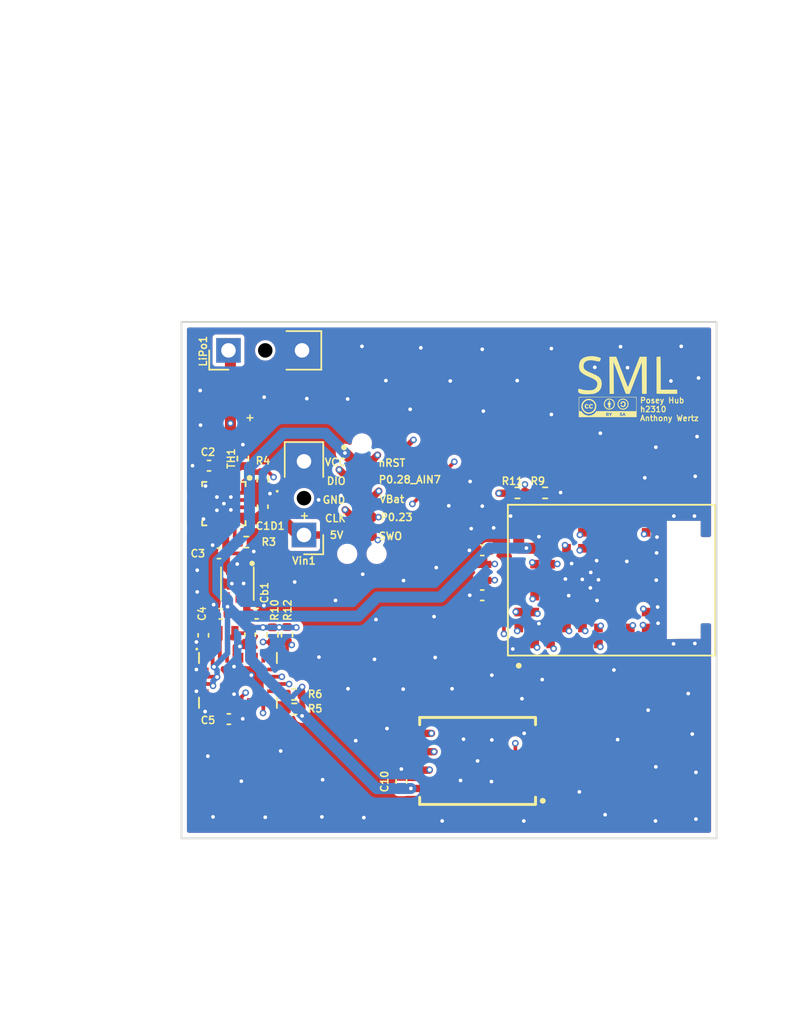
<source format=kicad_pcb>
(kicad_pcb (version 20221018) (generator pcbnew)
  (layers (0 "F.Cu" signal) (1 "In1.Cu" signal) (2 "In2.Cu" signal) (31 "B.Cu" signal) (34 "B.Paste" user) (35 "F.Paste" user) (36 "B.SilkS" user "B.Silkscreen") (37 "F.SilkS" user "F.Silkscreen") (38 "B.Mask" user) (39 "F.Mask" user) (44 "Edge.Cuts" user))
  (net 0 "")
  (net 1 "5V")
  (net 2 "GND")
  (net 3 "Net-(CHRG1-EN1)")
  (net 4 "VCC")
  (net 5 "Net-(IMU1-CAP)")
  (net 6 "Net-(IMU1-XIN32)")
  (net 7 "I_CHG")
  (net 8 "IMU_nRESET")
  (net 9 "IMU_nINT")
  (net 10 "Net-(IMU1-XOUT32{slash}CLKSEL1)")
  (net 11 "Net-(U1-P0.00{slash}XL1)")
  (net 12 "Net-(U1-P0.01{slash}XL2)")
  (net 13 "Net-(REG1-BYP)")
  (net 14 "Net-(CHRG1-TS)")
  (net 17 "SPI_COPI")
  (net 18 "Net-(CHRG1-ILIM)")
  (net 20 "SWCLK")
  (net 21 "SWDIO")
  (net 22 "Net-(IMU1-ENV_SCL)")
  (net 23 "nRESET")
  (net 24 "Net-(IMU1-ENV_SDA)")
  (net 25 "SPI_CS_IMU")
  (net 26 "SCL{slash}SPI_SCK")
  (net 27 "SDA{slash}SPI_CIPO")
  (net 30 "VBAT")
  (net 39 "QSPI_IO2")
  (net 40 "QSPI_IO0")
  (net 44 "QSPI_CS_MEM")
  (net 45 "QSPI_IO1")
  (net 48 "QSPI_CLK")
  (net 49 "QSPI_IO3")
  (net 74 "VBAT_SENSE")
  (net 75 "SWO")
  (net 76 "EXT_P0_28_AIN7")
  (net 77 "EXT_P0_23")
  (footprint "Resistor_SMD:R_0402_1005Metric" (layer "F.Cu") (at 162.6496 148.2192)
    (fp_text reference "R6")
    (fp_text value "2.2k")
  )
  (footprint "Capacitor_SMD:C_0402_1005Metric" (layer "F.Cu") (at 157.46 138.49 180)
    (fp_text reference "C3")
    (fp_text value "4.7µ")
  )
  (footprint "Diode_SMD:D_0402_1005Metric" (layer "F.Cu") (at 161.48 135.29 -90)
    (fp_text reference "D1")
    (fp_text value "D_TVS")
  )
  (footprint "Capacitor_SMD:C_0402_1005Metric" (layer "F.Cu") (at 160.060001 142.645001)
    (fp_text reference "Cb1")
    (fp_text value "470p")
  )
  (footprint "Capacitor_SMD:C_0402_1005Metric" (layer "F.Cu") (at 160.48 135.27 90)
    (fp_text reference "C1")
    (fp_text value "1µ")
  )
  (footprint "posey:TC2050-IDC-NL" (layer "F.Cu") (at 166.694994 132.174999)
    (fp_text reference "J1" hide)
    (fp_text value "TC2050-IDC-NL")
  )
  (footprint "Resistor_SMD:R_0402_1005Metric" (layer "F.Cu") (at 178.0744 134.3152 180)
    (fp_text reference "R11")
    (fp_text value "10k")
  )
  (footprint "Resistor_SMD:R_0402_1005Metric" (layer "F.Cu") (at 162.1596 144.0792 90)
    (fp_text reference "R10")
    (fp_text value "2.2kΩ")
  )
  (footprint "posey:IC_BNO080" (layer "F.Cu") (at 158.7696 147.2467)
    (fp_text reference "IMU1" hide)
    (fp_text value "BNO080")
  )
  (footprint "Capacitor_SMD:C_0402_1005Metric" (layer "F.Cu") (at 170.053 154.2262 90)
    (fp_text reference "C10")
    (fp_text value "0.1µ")
  )
  (footprint "posey:zgfx-sml-logo" (layer "F.Cu") (at 185.6994 126.1872)
    (fp_text reference "G***" hide)
    (fp_text value "LOGO" hide)
  )
  (footprint "Capacitor_SMD:C_0402_1005Metric" (layer "F.Cu") (at 156.3794 144.1392 -90)
    (fp_text reference "C6" hide)
    (fp_text value "12p")
  )
  (footprint "Resistor_SMD:R_0402_1005Metric" (layer "F.Cu") (at 159.35 137.71 180)
    (fp_text reference "R3")
    (fp_text value "1k")
  )
  (footprint "Resistor_SMD:R_0402_1005Metric" (layer "F.Cu") (at 161.1496 144.0992 90)
    (fp_text reference "R12")
    (fp_text value "2.2kΩ")
  )
  (footprint "Capacitor_SMD:C_0402_1005Metric" (layer "F.Cu") (at 156.77 132.44)
    (fp_text reference "C2")
    (fp_text value "4.7µ")
  )
  (footprint "Resistor_SMD:R_0402_1005Metric" (layer "F.Cu") (at 160.48 133.39 90)
    (fp_text reference "R4")
    (fp_text value "1k")
  )
  (footprint "posey:QFN50P300X300X100-17N" (layer "F.Cu") (at 157.7974 135.0582 -90)
    (fp_text reference "CHRG1" hide)
    (fp_text value "BQ24072RGTR")
  )
  (footprint "posey:XTAL_ECS-.327-9-16-TR" (layer "F.Cu") (at 175.76539 139.801387 90)
    (fp_text reference "Y1" hide)
    (fp_text value "XTAL")
  )
  (footprint "posey:Split Terminal 2.54" (layer "F.Cu") (at 163.33 137.22 180)
    (fp_text reference "Vin1")
    (fp_text value "Conn_01x02")
  )
  (footprint "Capacitor_SMD:C_0402_1005Metric" (layer "F.Cu") (at 159.6078 144.0971 -90)
    (fp_text reference "C7" hide)
    (fp_text value "12p")
  )
  (footprint "Resistor_SMD:R_0402_1005Metric" (layer "F.Cu") (at 179.9844 134.3152 180)
    (fp_text reference "R9")
    (fp_text value "30.9k")
  )
  (footprint "Resistor_SMD:R_0402_1005Metric" (layer "F.Cu") (at 162.6596 149.2192)
    (fp_text reference "R5")
    (fp_text value "2.2k")
  )
  (footprint "Capacitor_SMD:C_0402_1005Metric" (layer "F.Cu") (at 158.1396 149.9192)
    (fp_text reference "C5")
    (fp_text value "0.1µ")
  )
  (footprint "posey:SON127P800X600X80-9N" (layer "F.Cu") (at 175.3196 152.8064 180)
    (fp_text reference "U2" hide)
    (fp_text value "W25N01GVZEIG_TR")
  )
  (footprint "Capacitor_SMD:C_0402_1005Metric" (layer "F.Cu") (at 175.6384 138.2764)
    (fp_text reference "C9" hide)
    (fp_text value "12p")
  )
  (footprint "posey:XTAL_ECS-.327-9-16-TR" (layer "F.Cu") (at 158.0076 143.9955 180)
    (fp_text reference "Y2" hide)
    (fp_text value "XTAL")
  )
  (footprint "posey:MIC5219-3.3YML-TR" (layer "F.Cu") (at 158.730001 140.577501 -90)
    (fp_text reference "REG1" hide)
    (fp_text value "MIC5219-3.3YML-TR" hide)
  )
  (footprint "Resistor_SMD:R_0402_1005Metric" (layer "F.Cu") (at 159.11 131.95 90)
    (fp_text reference "TH1")
    (fp_text value "NTC")
  )
  (footprint "posey:XCVR_NORA-B106-00B" (layer "F.Cu") (at 183.6616 140.335)
    (fp_text reference "U1" hide)
    (fp_text value "NORA-B106-00B")
  )
  (footprint "posey:Split Terminal 2.54" (layer "F.Cu") (at 158.115 124.4854 90)
    (fp_text reference "LiPo1")
    (fp_text value "LiPo")
  )
  (footprint "Capacitor_SMD:C_0402_1005Metric" (layer "F.Cu") (at 157.580001 142.655001 180)
    (fp_text reference "C4")
    (fp_text value "4.7µ")
  )
  (footprint "Capacitor_SMD:C_0402_1005Metric" (layer "F.Cu") (at 175.6384 141.3764)
    (fp_text reference "C8" hide)
    (fp_text value "12p")
  )
  (footprint "posey:zgfx-cc-by-sa" (layer "F.Cu") (at 184.2994 128.3872)
    (fp_text reference "G***" hide)
    (fp_text value "LOGO" hide)
  )
  (gr_rect (start 154.8688 122.5232) (end 191.8208 158.1468) (stroke (width 0.127)) (fill none) (layer "Edge.Cuts"))
  (gr_text "SWO\n" (at 169.3 137.3) (layer "F.SilkS") (effects (font (size 0.508 0.508) (thickness 0.1016))))
  (gr_text "+" (at 163.4 135.9 -90) (layer "F.SilkS") (effects (font (size 0.508 0.508) (thickness 0.1016))))
  (gr_text "P0.23" (at 169.7228 136) (layer "F.SilkS") (effects (font (size 0.508 0.508) (thickness 0.1016))))
  (gr_text "Posey Hub\nh2310\nAnthony Wertz" (at 186.4994 129.3872) (layer "F.SilkS") (effects (font (size 0.381 0.381) (thickness 0.0762) bold) (justify left bottom)))
  (gr_text "nRST" (at 169.4 132.24998) (layer "F.SilkS") (effects (font (size 0.508 0.508) (thickness 0.1016))))
  (gr_text "CLK" (at 165.5 136.074988) (layer "F.SilkS") (effects (font (size 0.508 0.508) (thickness 0.1016))))
  (gr_text "+" (at 159.6 129.1) (layer "F.SilkS") (effects (font (size 0.508 0.508) (thickness 0.1016))))
  (gr_text "P0.28_AIN7" (at 170.6372 133.4) (layer "F.SilkS") (effects (font (size 0.508 0.508) (thickness 0.1016))))
  (gr_text "GND" (at 165.4 134.799987) (layer "F.SilkS") (effects (font (size 0.508 0.508) (thickness 0.1016))))
  (gr_text "DIO" (at 165.554975 133.49999) (layer "F.SilkS") (effects (font (size 0.508 0.508) (thickness 0.1016))))
  (gr_text "VCC" (at 165.5 132.199993) (layer "F.SilkS") (effects (font (size 0.508 0.508) (thickness 0.1016))))
  (gr_text "VBat\n" (at 169.4 134.75) (layer "F.SilkS") (effects (font (size 0.508 0.508) (thickness 0.1016))))
  (gr_text "5V" (at 165.579994 137.224976) (layer "F.SilkS") (effects (font (size 0.508 0.508) (thickness 0.1016))))
  (segment (start 160.48 135.75) (end 160.29 135.94) (width 0.508) (layer "F.Cu") (net 1))
  (segment (start 160.505 135.775) (end 160.48 135.75) (width 0.508) (layer "F.Cu") (net 1))
  (segment (start 163.33 137.22) (end 162.925 137.22) (width 0.508) (layer "F.Cu") (net 1))
  (segment (start 162.925 137.22) (end 161.48 135.775) (width 0.762) (layer "F.Cu") (net 1))
  (segment (start 160.29 135.94) (end 160.12 136.11) (width 0.762) (layer "F.Cu") (net 1))
  (segment (start 160.12 136.11) (end 159.22 136.11) (width 0.762) (layer "F.Cu") (net 1))
  (segment (start 163.33 137.22) (end 166.659995 137.22) (width 0.508) (layer "F.Cu") (net 1))
  (segment (start 161.48 135.775) (end 160.505 135.775) (width 0.762) (layer "F.Cu") (net 1))
  (segment (start 166.659995 137.22) (end 166.694994 137.254999) (width 0.508) (layer "F.Cu") (net 1))
  (segment (start 159.137231 144.5771) (end 158.903336 144.810995) (width 0.254) (layer "F.Cu") (net 2))
  (segment (start 156.98 137.96) (end 157.02 137.92) (width 0.508) (layer "F.Cu") (net 2))
  (segment (start 158.5196 149.8192) (end 158.6196 149.9192) (width 0.254) (layer "F.Cu") (net 2))
  (segment (start 158.6196 149.9192) (end 159.0808 149.9192) (width 0.254) (layer "F.Cu") (net 2))
  (segment (start 160.555 134.79) (end 160.98 134.365) (width 0.508) (layer "F.Cu") (net 2))
  (segment (start 188.0616 138.135) (end 188.001 138.135) (width 0.381) (layer "F.Cu") (net 2))
  (segment (start 159.147501 140.577501) (end 159.160001 140.565001) (width 0.254) (layer "F.Cu") (net 2))
  (segment (start 182.5616 140.296) (end 182.5498 140.2842) (width 0.381) (layer "F.Cu") (net 2))
  (segment (start 188.0616 140.335) (end 187.6552 140.335) (width 0.381) (layer "F.Cu") (net 2))
  (segment (start 188.0616 142.535) (end 188.0616 142.494) (width 0.381) (layer "F.Cu") (net 2))
  (segment (start 182.5616 139.788) (end 183.0832 140.3096) (width 0.381) (layer "F.Cu") (net 2))
  (segment (start 170.053 153.7462) (end 170.053 153.3652) (width 0.508) (layer "F.Cu") (net 2))
  (segment (start 160.515 133.9) (end 160.98 134.365) (width 0.508) (layer "F.Cu") (net 2))
  (segment (start 159.11 130.9878) (end 159.11 131.44) (width 0.254) (layer "F.Cu") (net 2))
  (segment (start 183.1506 139.785) (end 183.6616 139.785) (width 0.381) (layer "F.Cu") (net 2))
  (segment (start 160.540001 142.105001) (end 160.560001 142.085001) (width 0.508) (layer "F.Cu") (net 2))
  (segment (start 156.5196 148.8092) (end 156.5196 149.3804) (width 0.254) (layer "F.Cu") (net 2))
  (segment (start 160.48 134.79) (end 160.48 133.9) (width 0.381) (layer "F.Cu") (net 2))
  (segment (start 182.5616 140.2724) (end 182.5616 139.785) (width 0.381) (layer "F.Cu") (net 2))
  (segment (start 183.1174 139.785) (end 183.134 139.8016) (width 0.381) (layer "F.Cu") (net 2))
  (segment (start 183.6616 140.885) (end 183.1252 140.885) (width 0.381) (layer "F.Cu") (net 2))
  (segment (start 158.5196 145.6842) (end 158.5196 146.2804) (width 0.254) (layer "F.Cu") (net 2))
  (segment (start 160.495 134.805) (end 160.48 134.79) (width 0.381) (layer "F.Cu") (net 2))
  (segment (start 156.4571 146.4967) (end 155.9033 146.4967) (width 0.254) (layer "F.Cu") (net 2))
  (segment (start 175.1584 138.2764) (end 174.7532 138.2764) (width 0.381) (layer "F.Cu") (net 2))
  (segment (start 178.099 144.735) (end 177.7492 145.0848) (width 0.254) (layer "F.Cu") (net 2))
  (segment (start 157.0474 133.6232) (end 156.7468 133.6232) (width 0.381) (layer "F.Cu") (net 2))
  (segment (start 183.134 139.8016) (end 183.1506 139.785) (width 0.381) (layer "F.Cu") (net 2))
  (segment (start 188.0616 137.035) (end 188.0342 137.035) (width 0.381) (layer "F.Cu") (net 2))
  (segment (start 180.4944 134.3152) (end 181.0258 134.3152) (width 0.508) (layer "F.Cu") (net 2))
  (segment (start 179.2616 143.6232) (end 179.5526 143.3322) (width 0.254) (layer "F.Cu") (net 2))
  (segment (start 156.5196 149.3804) (end 156.5 149.4) (width 0.254) (layer "F.Cu") (net 2))
  (segment (start 158.5196 148.2196) (end 158.5 148.2) (width 0.254) (layer "F.Cu") (net 2))
  (segment (start 182.5498 140.2842) (end 182.5616 140.2724) (width 0.381) (layer "F.Cu") (net 2))
  (segment (start 156.3794 144.6192) (end 155.9192 144.6192) (width 0.254) (layer "F.Cu") (net 2))
  (segment (start 177.6164 135.935) (end 177.5968 135.9154) (width 0.381) (layer "F.Cu") (net 2))
  (segment (start 155.9192 144.6192) (end 155.9 144.6) (width 0.254) (layer "F.Cu") (net 2))
  (segment (start 183.6674 140.3096) (end 183.6616 140.3154) (width 0.381) (layer "F.Cu") (net 2))
  (segment (start 156.7468 133.6232) (end 156.53 133.84) (width 0.381) (layer "F.Cu") (net 2))
  (segment (start 156.3624 136.0932) (end 156.3878 136.1186) (width 0.254) (layer "F.Cu") (net 2))
  (segment (start 179.2616 137.035) (end 179.2616 137.0468) (width 0.381) (layer "F.Cu") (net 2))
  (segment (start 182.5616 140.8312) (end 183.0832 140.3096) (width 0.381) (layer "F.Cu") (net 2))
  (segment (start 188.001 138.135) (end 187.6806 138.4554) (width 0.381) (layer "F.Cu") (net 2))
  (segment (start 166.109399 134.714999) (end 166.694994 134.714999) (width 0.508) (layer "F.Cu") (net 2))
  (segment (start 188.0342 137.035) (end 187.706 137.3632) (width 0.381) (layer "F.Cu") (net 2))
  (segment (start 182.5616 140.885) (end 182.5616 140.8312) (width 0.381) (layer "F.Cu") (net 2))
  (segment (start 182.5616 139.785) (end 183.1174 139.785) (width 0.381) (layer "F.Cu") (net 2))
  (segment (start 159.6078 144.5771) (end 159.137231 144.5771) (width 0.254) (layer "F.Cu") (net 2))
  (segment (start 182.5616 140.885) (end 182.5616 140.296) (width 0.381) (layer "F.Cu") (net 2))
  (segment (start 183.1086 140.8684) (end 183.092 140.885) (width 0.381) (layer "F.Cu") (net 2))
  (segment (start 175.3196 152.8064) (end 175.3196 152.9754) (width 0.254) (layer "F.Cu") (net 2))
  (segment (start 159.86 138.36) (end 159.86 137.71) (width 0.254) (layer "F.Cu") (net 2))
  (segment (start 160.48 133.9) (end 160.515 133.9) (width 0.508) (layer "F.Cu") (net 2))
  (segment (start 183.092 140.885) (end 182.5616 140.885) (width 0.381) (layer "F.Cu") (net 2))
  (segment (start 178.1616 135.935) (end 177.6164 135.935) (width 0.381) (layer "F.Cu") (net 2))
  (segment (start 179.2616 137.0468) (end 179.5526 137.3378) (width 0.381) (layer "F.Cu") (net 2))
  (segment (start 183.6078 139.785) (end 183.0832 140.3096) (width 0.381) (layer "F.Cu") (net 2))
  (segment (start 161.48 134.805) (end 160.495 134.805) (width 0.381) (layer "F.Cu") (net 2))
  (segment (start 159.2324 134.8082) (end 160.4618 134.8082) (width 0.254) (layer "F.Cu") (net 2))
  (segment (start 183.1252 140.885) (end 183.1086 140.8684) (width 0.381) (layer "F.Cu") (net 2))
  (segment (start 160.48 134.79) (end 160.555 134.79) (width 0.508) (layer "F.Cu") (net 2))
  (segment (start 157.100001 142.035001) (end 157.090001 142.025001) (width 0.508) (layer "F.Cu") (net 2))
  (segment (start 161.42 134.805) (end 160.98 134.365) (width 0.508) (layer "F.Cu") (net 2))
  (segment (start 188.0616 143.5862) (end 187.7822 143.3068) (width 0.254) (layer "F.Cu") (net 2))
  (segment (start 165.8874 134.493) (end 166.109399 134.714999) (width 0.508) (layer "F.Cu") (net 2))
  (segment (start 156.3624 135.8082) (end 156.3624 136.0932) (width 0.254) (layer "F.Cu") (net 2))
  (segment (start 156.29 132.44) (end 155.63 132.44) (width 0.254) (layer "F.Cu") (net 2))
  (segment (start 174.7532 138.2764) (end 174.752 138.2776) (width 0.381) (layer "F.Cu") (net 2))
  (segment (start 158.730001 139.625001) (end 158.730001 139.235002) (width 0.508) (layer "F.Cu") (net 2))
  (segment (start 157.100001 142.655001) (end 157.100001 142.035001) (width 0.508) (layer "F.Cu") (net 2))
  (segment (start 158.5196 146.2804) (end 158.5 146.3) (width 0.254) (layer "F.Cu") (net 2))
  (segment (start 183.6616 140.3038) (end 183.6674 140.3096) (width 0.381) (layer "F.Cu") (net 2))
  (segment (start 156.3624 134.3082) (end 156.3624 134.0076) (width 0.381) (layer "F.Cu") (net 2))
  (segment (start 188.0616 143.635) (end 188.0616 143.5862) (width 0.254) (layer "F.Cu") (net 2))
  (segment (start 156.3624 134.0076) (end 156.53 133.84) (width 0.381) (layer "F.Cu") (net 2))
  (segment (start 160.4618 134.8082) (end 160.48 134.79) (width 0.254) (layer "F.Cu") (net 2))
  (segment (start 183.6586 140.885) (end 183.0832 140.3096) (width 0.381) (layer "F.Cu") (net 2))
  (segment (start 188.0616 142.494) (end 187.7568 142.1892) (width 0.381) (layer "F.Cu") (net 2))
  (segment (start 178.1616 144.735) (end 178.099 144.735) (width 0.254) (layer "F.Cu") (net 2))
  (segment (start 175.3196 152.8064) (end 175.3196 152.3404) (width 0.254) (layer "F.Cu") (net 2))
  (segment (start 160.540001 142.645001) (end 160.540001 142.105001) (width 0.508) (layer "F.Cu") (net 2))
  (segment (start 183.6616 139.785) (end 183.6616 140.3038) (width 0.381) (layer "F.Cu") (net 2))
  (segment (start 179.2146 150.9014) (end 178.5366 150.9014) (width 0.508) (layer "F.Cu") (net 2))
  (segment (start 158.352501 140.577501) (end 158.350001 140.575001) (width 0.254) (layer "F.Cu") (net 2))
  (segment (start 158.5196 148.8092) (end 158.5196 148.2196) (width 0.254) (layer "F.Cu") (net 2))
  (segment (start 159.0808 149.9192) (end 159.1 149.9) (width 0.254) (layer "F.Cu") (net 2))
  (segment (start 158.5196 148.8092) (end 158.5196 149.8192) (width 0.254) (layer "F.Cu") (net 2))
  (segment (start 158.730001 139.235002) (end 158.72 139.225001) (width 0.508) (layer "F.Cu") (net 2))
  (segment (start 155.9033 147.9967) (end 155.9 148) (width 0.254) (layer "F.Cu") (net 2))
  (segment (start 183.6616 140.3154) (end 183.6616 140.885) (width 0.381) (layer "F.Cu") (net 2))
  (segment (start 183.6616 139.785) (end 183.6078 139.785) (width 0.381) (layer "F.Cu") (net 2))
  (segment (start 183.6616 140.885) (end 183.6586 140.885) (width 0.381) (layer "F.Cu") (net 2))
  (segment (start 175.1584 141.3764) (end 174.7774 141.3764) (width 0.381) (layer "F.Cu") (net 2))
  (segment (start 156.98 138.49) (end 156.98 137.96) (width 0.508) (layer "F.Cu") (net 2))
  (segment (start 161.48 134.805) (end 161.42 134.805) (width 0.508) (layer "F.Cu") (net 2))
  (segment (start 181.0258 134.3152) (end 181.0512 134.2898) (width 0.508) (layer "F.Cu") (net 2))
  (segment (start 155.9033 146.4967) (end 155.9 146.5) (width 0.254) (layer "F.Cu") (net 2))
  (segment (start 156.4571 147.9967) (end 155.9033 147.9967) (width 0.254) (layer "F.Cu") (net 2))
  (segment (start 182.5616 139.785) (end 182.5616 139.788) (width 0.381) (layer "F.Cu") (net 2))
  (segment (start 179.2616 143.635) (end 179.2616 143.6232) (width 0.254) (layer "F.Cu") (net 2))
  (via (at 178.5112 156.9466) (size 0.4572) (drill 0.254) (layers "F.Cu" "B.Cu") (net 2))
  (via (at 177.7492 145.0848) (size 0.4572) (drill 0.254) (layers "F.Cu" "B.Cu") (net 2))
  (via (at 175.7172 128.6764) (size 0.4572) (drill 0.254) (layers "F.Cu" "B.Cu") (net 2))
  (via (at 190.3476 133.1722) (size 0.4572) (drill 0.254) (layers "F.Cu" "B.Cu") (net 2))
  (via (at 182.5498 140.2842) (size 0.4572) (drill 0.254) (layers "F.Cu" "B.Cu") (net 2))
  (via (at 155.9 144.6) (size 0.4572) (drill 0.254) (layers "F.Cu" "B.Cu") (net 2))
  (via (at 157.0482 156.6672) (size 0.4572) (drill 0.254) (layers "F.Cu" "B.Cu") (net 2))
  (via (at 159.86 138.36) (size 0.4572) (drill 0.254) (layers "F.Cu" "B.Cu") (net 2))
  (via (at 189.3824 124.206) (size 0.4572) (drill 0.254) (layers "F.Cu" "B.Cu") (net 2))
  (via (at 166.37 147.828) (size 0.4572) (drill 0.254) (layers "F.Cu" "B.Cu") (net 2))
  (via (at 188.8744 135.9154) (size 0.4572) (drill 0.254) (layers "F.Cu" "B.Cu") (net 2))
  (via (at 170.6626 128.5494) (size 0.4572) (drill 0.254) (layers "F.Cu" "B.Cu") (net 2))
  (via (at 180.4162 124.3584) (size 0.4572) (drill 0.254) (layers "F.Cu" "B.Cu") (net 2))
  (via (at 170.053 153.3652) (size 0.4572) (drill 0.254) (layers "F.Cu" "B.Cu") (net 2))
  (via (at 174.8028 133.5278) (size 0.4572) (drill 0.254) (layers "F.Cu" "B.Cu") (net 2))
  (via (at 190.3984 153.5938) (size 0.4572) (drill 0.254) (layers "F.Cu" "B.Cu") (net 2))
  (via (at 187.6298 131.1656) (size 0.4572) (drill 0.254) (layers "F.Cu" "B.Cu") (net 2))
  (via (at 157.02 137.92) (size 0.4572) (drill 0.254) (layers "F.Cu" "B.Cu") (net 2))
  (via (at 158.5 148.2) (size 0.4572) (drill 0.254) (layers "F.Cu" "B.Cu") (net 2))
  (via (at 173.3296 135.2042) (size 0.4572) (drill 0.254) (layers "F.Cu" "B.Cu") (net 2))
  (via (at 164.5666 156.6672) (size 0.4572) (drill 0.254) (layers "F.Cu" "B.Cu") (net 2))
  (via (at 167.3352 124.206) (size 0.4572) (drill 0.254) (layers "F.Cu" "B.Cu") (net 2))
  (via (at 158.903336 144.907) (size 0.4572) (drill 0.254) (layers "F.Cu" "B.Cu") (net 2))
  (via (at 158.5 146.3) (size 0.4572) (drill 0.254) (layers "F.Cu" "B.Cu") (net 2))
  (via (at 181.61 141.4018) (size 0.4572) (drill 0.254) (layers "F.Cu" "B.Cu") (net 2))
  (via (at 165.5064 141.732) (size 0.4572) (drill 0.254) (layers "F.Cu" "B.Cu") (net 2))
  (via (at 156.6926 152.4762) (size 0.4572) (drill 0.254) (layers "F.Cu" "B.Cu") (net 2))
  (via (at 190.2968 135.9154) (size 0.4572) (drill 0.254) (layers "F.Cu" "B.Cu") (net 2))
  (via (at 165.8874 134.493) (size 0.4572) (drill 0.254) (layers "F.Cu" "B.Cu") (net 2))
  (via (at 187.6044 156.9466) (size 0.4572) (drill 0.254) (layers "F.Cu" "B.Cu") (net 2))
  (via (at 172.3898 145.669) (size 0.4572) (drill 0.254) (layers "F.Cu" "B.Cu") (net 2))
  (via (at 158.72 139.225001) (size 0.4572) (drill 0.254) (layers "F.Cu" "B.Cu") (net 2))
  (via (at 180.4162 128.905) (size 0.4572) (drill 0.254) (layers "F.Cu" "B.Cu") (net 2))
  (via (at 156.1592 127.254) (size 0.4572) (drill 0.254) (layers "F.Cu" "B.Cu") (net 2))
  (via (at 190.3222 144.7038) (size 0.4572) (drill 0.254) (layers "F.Cu" "B.Cu") (net 2))
  (via (at 186.8678 133.2738) (size 0.4572) (drill 0.254) (layers "F.Cu" "B.Cu") (net 2))
  (via (at 155.956 141.1478) (size 0.4572) (drill 0.254) (layers "F.Cu" "B.Cu") (net 2))
  (via (at 168.9862 126.5682) (size 0.4572) (drill 0.254) (layers "F.Cu" "B.Cu") (net 2))
  (via (at 162.687 140.462) (size 0.4572) (drill 0.254) (layers "F.Cu" "B.Cu") (net 2))
  (via (at 161.7218 152.1206) (size 0.4572) (drill 0.254) (layers "F.Cu" "B.Cu") (net 2))
  (via (at 187.706 137.3632) (size 0.4572) (drill 0.254) (layers "F.Cu" "B.Cu") (net 2))
  (via (at 185.674 125.6792) (size 0.4572) (drill 0.254) (layers "F.Cu" "B.Cu") (net 2))
  (via (at 171.3992 124.3076) (size 0.4572) (drill 0.254) (layers "F.Cu" "B.Cu") (net 2))
  (via (at 175.3196 152.8064) (size 0.4572) (drill 0.254) (layers "F.Cu" "B.Cu") (net 2))
  (via (at 181.0512 134.2898) (size 0.4572) (drill 0.254) (layers "F.Cu" "B.Cu") (net 2))
  (via (at 183.134 139.8016) (size 0.4572) (drill 0.254) (layers "F.Cu" "B.Cu") (net 2))
  (via (at 168.1988 145.796) (size 0.4572) (drill 0.254) (layers "F.Cu" "B.Cu") (net 2))
  (via (at 190.1444 150.9522) (size 0.4572) (drill 0.254) (layers "F.Cu" "B.Cu") (net 2))
  (via (at 189.865 148.1582) (size 0.4572) (drill 0.254) (layers "F.Cu" "B.Cu") (net 2))
  (via (at 179.5526 143.3322) (size 0.4572) (drill 0.254) (layers "F.Cu" "B.Cu") (net 2))
  (via (at 155.956 139.6492) (size 0.4572) (drill 0.254) (layers "F.Cu" "B.Cu") (net 2))
  (via (at 174.879 136.779) (size 0.4572) (drill 0.254) (layers "F.Cu" "B.Cu") (net 2))
  (via (at 163.5252 127.8128) (size 0.4572) (drill 0.254) (layers "F.Cu" "B.Cu") (net 2))
  (via (at 183.6674 140.3096) (size 0.4572) (drill 0.254) (layers "F.Cu" "B.Cu") (net 2))
  (via (at 179.7812 147.193) (size 0.4572) (drill 0.254) (layers "F.Cu" "B.Cu") (net 2))
  (via (at 159.160001 140.565001) (size 0.4572) (drill 0.254) (layers "F.Cu" "B.Cu") (net 2))
  (via (at 183.7944 130.2004) (size 0.4572) (drill 0.254) (layers "F.Cu" "B.Cu") (net 2))
  (via (at 156.53 133.84) (size 0.4572) (drill 0.254) (layers "F.Cu" "B.Cu") (net 2))
  (via (at 157.090001 142.025001) (size 0.4572) (drill 0.254) (layers "F.Cu" "B.Cu") (net 2))
  (via (at 183.5658 141.732) (size 0.4572) (drill 0.254) (layers "F.Cu" "B.Cu") (net 2))
  (via (at 164.3634 145.6436) (size 0.4572) (drill 0.254) (layers "F.Cu" "B.Cu") (net 2))
  (via (at 181.8132 139.192) (size 0.4572) (drill 0.254) (layers "F.Cu" "B.Cu") (net 2))
  (via (at 160.655 156.6926) (size 0.4572) (drill 0.254) (layers "F.Cu" "B.Cu") (net 2))
  (via (at 175.641 124.4092) (size 0.4572) (drill 0.254) (layers "F.Cu" "B.Cu") (net 2))
  (via (at 187.0964 149.3012) (size 0.4572) (drill 0.254) (layers "F.Cu" "B.Cu") (net 2))
  (via (at 173.5582 147.828) (size 0.4572) (drill 0.254) (layers "F.Cu" "B.Cu") (net 2))
  (via (at 187.6298 153.2128) (size 0.4572) (drill 0.254) (layers "F.Cu" "B.Cu") (net 2))
  (via (at 160.5788 127.7112) (size 0.4572) (drill 0.254) (layers "F.Cu" "B.Cu") (net 2))
  (via (at 160.98 134.365) (size 0.4572) (drill 0.254) (layers "F.Cu" "B.Cu") (net 2))
  (via (at 187.6552 140.335) (size 0.4572) (drill 0.254) (layers "F.Cu" "B.Cu") (net 2))
  (via (at 190.5762 126.3904) (size 0.4572) (drill 0.254) (layers "F.Cu" "B.Cu") (net 2))
  (via (at 176.3014 146.8882) (size 0.4572) (drill 0.254) (layers "F.Cu" "B.Cu") (net 2))
  (via (at 179.5526 137.3378) (size 0.4572) (drill 0.254) (layers "F.Cu" "B.Cu") (net 2))
  (via (at 156.5 149.4) (size 0.4572) (drill 0.254) (layers "F.Cu" "B.Cu") (net 2))
  (via (at 158.350001 140.575001) (size 0.4572) (drill 0.254) (layers "F.Cu" "B.Cu") (net 2))
  (via (at 173.4312 126.5936) (size 0.4572) (drill 0.254) (layers "F.Cu" "B.Cu") (net 2))
  (via (at 159.004 154.2034) (size 0.4572) (drill 0.254) (layers "F.Cu" "B.Cu") (net 2))
  (via (at 156.1846 129.6416) (size 0.4572) (drill 0.254) (layers "F.Cu" "B.Cu") (net 2))
  (via (at 190.3984 156.8196) (size 0.4572) (drill 0.254) (layers "F.Cu" "B.Cu") (net 2))
  (via (at 159.1 149.9) (size 0.4572) (drill 0.254) (layers "F.Cu" "B.Cu") (net 2))
  (via (at 175.641 135.2296) (size 0.4572) (drill 0.254) (layers "F.Cu" "B.Cu") (net 2))
  (via (at 183.4134 125.6538) (size 0.4572) (drill 0.254) (layers "F.Cu" "B.Cu") (net 2))
  (via (at 185.1914 124.2314) (size 0.4572) (drill 0.254) (layers "F.Cu" "B.Cu") (net 2))
  (via (at 174.752 138.2776) (size 0.4572) (drill 0.254) (layers "F.Cu" "B.Cu") (net 2))
  (via (at 184.9882 151.3332) (size 0.4572) (drill 0.254) (layers "F.Cu" "B.Cu") (net 2))
  (via (at 174.3456 151.3078) (size 0.4572) (drill 0.254) (layers "F.Cu" "B.Cu") (net 2))
  (via (at 174.7774 141.3764) (size 0.4572) (drill 0.254) (layers "F.Cu" "B.Cu") (net 2))
  (via (at 188.6712 126.5936) (size 0.4572) (drill 0.254) (layers "F.Cu" "B.Cu") (net 2))
  (via (at 168.3004 143.0528) (size 0.4572) (drill 0.254) (layers "F.Cu" "B.Cu") (net 2))
  (via (at 181.3814 140.2588) (size 0.4572) (drill 0.254) (layers "F.Cu" "B.Cu") (net 2))
  (via (at 184.7342 146.5326) (size 0.4572) (drill 0.254) (layers "F.Cu" "B.Cu") (net 2))
  (via (at 174.1424 154.1526) (size 0.4572) (drill 0.254) (layers "F.Cu" "B.Cu") (net 2))
  (via (at 176.276 154.2288) (size 0.4572) (drill 0.254) (layers "F.Cu" "B.Cu") (net 2))
  (via (at 172.466 139.4714) (size 0.4572) (drill 0.254) (layers "F.Cu" "B.Cu") (net 2))
  (via (at 156.3878 136.1186) (size 0.4572) (drill 0.254) (layers "F.Cu" "B.Cu") (net 2))
  (via (at 155.9 148) (size 0.4572) (drill 0.254) (layers "F.Cu" "B.Cu") (net 2))
  (via (at 184.1246 156.5148) (size 0.4572) (drill 0.254) (layers "F.Cu" "B.Cu") (net 2))
  (via (at 169.0624 150.5712) (size 0.4572) (drill 0.254) (layers "F.Cu" "B.Cu") (net 2))
  (via (at 160.560001 142.085001) (size 0.4572) (drill 0.254) (layers "F.Cu" "B.Cu") (net 2))
  (via (at 187.7568 142.1892) (size 0.4572) (drill 0.254) (layers "F.Cu" "B.Cu") (net 2))
  (via (at 155.9 146.5) (size 0.4572) (drill 0.254) (layers "F.Cu" "B.Cu") (net 2))
  (via (at 183.1086 140.8684) (size 0.4572) (drill 0.254) (layers "F.Cu" "B.Cu") (net 2))
  (via (at 172.8724 156.9466) (size 0.4572) (drill 0.254) (layers "F.Cu" "B.Cu") (net 2))
  (via (at 183.5404 138.9888) (size 0.4572) (drill 0.254) (layers "F.Cu" "B.Cu") (net 2))
  (via (at 164.338 134.7978) (size 0.4572) (drill 0.254) (layers "F.Cu" "B.Cu") (net 2))
  (via (at 170.18 147.8534) (size 0.4572) (drill 0.254) (layers "F.Cu" "B.Cu") (net 2))
  (via (at 166.3446 127.8382) (size 0.4572) (drill 0.254) (layers "F.Cu" "B.Cu") (net 2))
  (via (at 188.849 144.7292) (size 0.4572) (drill 0.254) (layers "F.Cu" "B.Cu") (net 2))
  (via (at 182.3466 154.94) (size 0.4572) (drill 0.254) (layers "F.Cu" "B.Cu") (net 2))
  (via (at 170.2054 140.3604) (size 0.4572) (drill 0.254) (layers "F.Cu" "B.Cu") (net 2))
  (via (at 167.386 139.9286) (size 0.4572) (drill 0.254) (layers "F.Cu" "B.Cu") (net 2))
  (via (at 178.3842 148.5138) (size 0.4572) (drill 0.254) (layers "F.Cu" "B.Cu") (net 2))
  (via (at 172.3136 142.8496) (size 0.4572) (drill 0.254) (layers "F.Cu" "B.Cu") (net 2))
  (via (at 178.5366 150.9014) (size 0.4572) (drill 0.254) (layers "F.Cu" "B.Cu") (net 2))
  (via (at 176.4284 136.7282) (size 0.4572) (drill 0.254) (layers "F.Cu" "B.Cu") (net 2))
  (via (at 167.4622 156.718) (size 0.4572) (drill 0.254) (layers "F.Cu" "B.Cu") (net 2))
  (via (at 187.6806 138.4554) (size 0.4572) (drill 0.254) (layers "F.Cu" "B.Cu") (net 2))
  (via (at 185.6232 139.0396) (size 0.4572) (drill 0.254) (layers "F.Cu" "B.Cu") (net 2))
  (via (at 190.4746 130.429) (size 0.4572) (drill 0.254) (layers "F.Cu" "B.Cu") (net 2))
  (via (at 187.7822 143.3068) (size 0.4572) (drill 0.254) (layers "F.Cu" "B.Cu") (net 2))
  (via (at 166.9034 151.4094) (size 0.4572) (drill 0.254) (layers "F.Cu" "B.Cu") (net 2))
  (via (at 164.6174 154.1018) (size 0.4572) (drill 0.254) (layers "F.Cu" "B.Cu") (net 2))
  (via (at 155.63 132.44) (size 0.4572) (drill 0.254) (layers "F.Cu" "B.Cu") (net 2))
  (via (at 176.3014 151.3586) (size 0.4572) (drill 0.254) (layers "F.Cu" "B.Cu") (net 2))
  (via (at 178.054 126.5682) (size 0.4572) (drill 0.254) (layers "F.Cu" "B.Cu") (net 2))
  (via (at 159.11 130.9878) (size 0.4572) (drill 0.254) (layers "F.Cu" "B.Cu") (net 2))
  (via (at 177.5968 135.9154) (size 0.4572) (drill 0.254) (layers "F.Cu" "B.Cu") (net 2))
  (via (at 159.6898 146.8882) (size 0.4572) (drill 0.254) (layers "F.Cu" "B.Cu") (net 2))
  (segment (start 157.94 137.73) (end 157.91 137.7) (width 0.508) (layer "F.Cu") (net 3))
  (segment (start 156.3624 134.8082) (end 155.5138 134.8082) (width 0.254) (layer "F.Cu") (net 3))
  (segment (start 157.929999 137.719999) (end 157.91 137.7) (width 0.254) (layer "F.Cu") (net 3))
  (segment (start 155.5138 134.8082) (end 155.381 134.941) (width 0.254) (layer "F.Cu") (net 3))
  (segment (start 159.03 138.49) (end 157.94 138.49) (width 0.254) (layer "F.Cu") (net 3))
  (segment (start 158.080002 139.625001) (end 157.96 139.504999) (width 0.508) (layer "F.Cu") (net 3))
  (segment (start 157.8846 137.287) (end 157.91 137.2616) (width 0.254) (layer "F.Cu") (net 3))
  (segment (start 155.381 136.4326) (end 156.2354 137.287) (width 0.254) (layer "F.Cu") (net 3))
  (segment (start 157.91 137.7) (end 157.91 137.2616) (width 0.508) (layer "F.Cu") (net 3))
  (segment (start 157.94 138.49) (end 157.94 137.73) (width 0.508) (layer "F.Cu") (net 3))
  (segment (start 159.38 139.625001) (end 159.38 138.84) (width 0.254) (layer "F.Cu") (net 3))
  (segment (start 156.2354 137.287) (end 157.8846 137.287) (width 0.254) (layer "F.Cu") (net 3))
  (segment (start 155.381 134.941) (end 155.381 136.4326) (width 0.254) (layer "F.Cu") (net 3))
  (segment (start 157.91 136.63) (end 157.77 136.49) (width 0.508) (layer "F.Cu") (net 3))
  (segment (start 159.38 138.84) (end 159.03 138.49) (width 0.254) (layer "F.Cu") (net 3))
  (segment (start 157.96 139.504999) (end 157.96 138.495001) (width 0.508) (layer "F.Cu") (net 3))
  (segment (start 157.91 137.2616) (end 157.91 136.63) (width 0.508) (layer "F.Cu") (net 3))
  (segment (start 157.1142 146.3142) (end 157.0196 146.2196) (width 0.254) (layer "F.Cu") (net 4))
  (segment (start 162.1396 143.5892) (end 162.1596 143.5692) (width 0.254) (layer "F.Cu") (net 4))
  (segment (start 178.1616 138.135) (end 178.6792 138.135) (width 0.762) (layer "F.Cu") (net 4))
  (segment (start 157.0196 146.2196) (end 157.0196 145.6842) (width 0.254) (layer "F.Cu") (net 4))
  (segment (start 170.7134 154.7062) (end 171.4194 154.7062) (width 0.508) (layer "F.Cu") (net 4))
  (segment (start 166.694994 132.174999) (end 166.694994 132.095006) (width 0.762) (layer "F.Cu") (net 4))
  (segment (start 157.3091 146.9967) (end 156.4571 146.9967) (width 0.254) (layer "F.Cu") (net 4))
  (segment (start 163.1696 149.6696) (end 163.2 149.7) (width 0.254) (layer "F.Cu") (net 4))
  (segment (start 163.1696 149.2192) (end 163.1696 149.6696) (width 0.254) (layer "F.Cu") (net 4))
  (segment (start 178.6792 138.135) (end 178.689 138.1252) (width 0.762) (layer "F.Cu") (net 4))
  (segment (start 160.5108 143.5892) (end 160.5 143.6) (width 0.254) (layer "F.Cu") (net 4))
  (segment (start 171.4194 154.7062) (end 171.4246 154.7114) (width 0.508) (layer "F.Cu") (net 4))
  (segment (start 158.080002 142.135) (end 158.050001 142.165001) (width 0.508) (layer "F.Cu") (net 4))
  (segment (start 178.6988 138.135) (end 178.689 138.1252) (width 0.762) (layer "F.Cu") (net 4))
  (segment (start 170.053 154.7062) (end 170.7134 154.7062) (width 0.508) (layer "F.Cu") (net 4))
  (segment (start 163.2 147.7) (end 163.2 149.7) (width 0.381) (layer "F.Cu") (net 4))
  (segment (start 158.080002 141.530001) (end 158.080002 142.135) (width 0.508) (layer "F.Cu") (net 4))
  (segment (start 163.1696 148.2292) (end 163.1596 148.2192) (width 0.254) (layer "F.Cu") (net 4))
  (segment (start 178.1616 137.035) (end 178.1616 138.135) (width 0.762) (layer "F.Cu") (net 4))
  (segment (start 166.694994 132.095006) (end 166.159981 131.559993) (width 0.762) (layer "F.Cu") (net 4))
  (segment (start 179.2616 138.135) (end 178.6988 138.135) (width 0.762) (layer "F.Cu") (net 4))
  (segment (start 157.0482 147.6248) (end 156.9201 147.4967) (width 0.254) (layer "F.Cu") (net 4))
  (segment (start 158.060001 142.175001) (end 158.050001 142.165001) (width 0.508) (layer "F.Cu") (net 4))
  (segment (start 162.7692 143.5692) (end 162.8 143.6) (width 0.254) (layer "F.Cu") (net 4))
  (segment (start 158.060001 142.655001) (end 158.060001 142.175001) (width 0.508) (layer "F.Cu") (net 4))
  (segment (start 156.9201 147.4967) (end 156.4571 147.4967) (width 0.254) (layer "F.Cu") (net 4))
  (segment (start 157.3276 147.0152) (end 157.3091 146.9967) (width 0.254) (layer "F.Cu") (net 4))
  (via (at 170.7134 154.7062) (size 0.4572) (drill 0.254) (layers "F.Cu" "B.Cu") (net 4))
  (via (at 161.6202 143.5892) (size 0.4572) (drill 0.254) (layers "F.Cu" "B.Cu") (net 4))
  (via (at 157.3276 147.0152) (size 0.4572) (drill 0.254) (layers "F.Cu" "B.Cu") (net 4))
  (via (at 163.2 147.7) (size 0.4572) (drill 0.254) (layers "F.Cu" "B.Cu") (net 4))
  (via (at 162.8 143.6) (size 0.4572) (drill 0.254) (layers "F.Cu" "B.Cu") (net 4))
  (via (at 157.1142 146.3142) (size 0.4572) (drill 0.254) (layers "F.Cu" "B.Cu") (net 4))
  (via (at 157.0482 147.6248) (size 0.4572) (drill 0.254) (layers "F.Cu" "B.Cu") (net 4))
  (via (at 160.5 143.6) (size 0.4572) (drill 0.254) (layers "F.Cu" "B.Cu") (net 4))
  (via (at 178.689 138.1252) (size 0.4572) (drill 0.254) (layers "F.Cu" "B.Cu") (net 4))
  (via (at 166.159981 131.559993) (size 0.4572) (drill 0.254) (layers "F.Cu" "B.Cu") (net 4))
  (via (at 158.050001 142.165001) (size 0.4572) (drill 0.254) (layers "F.Cu" "B.Cu") (net 4))
  (via (at 163.2 149.7) (size 0.4572) (drill 0.254) (layers "F.Cu" "B.Cu") (net 4))
  (segment (start 158.706601 142.821601) (end 167.083799 142.821601) (width 0.762) (layer "B.Cu") (net 4))
  (segment (start 172.7454 141.5034) (end 176.1236 138.1252) (width 0.762) (layer "B.Cu") (net 4))
  (segment (start 157.0482 147.6248) (end 157.0482 147.2946) (width 0.381) (layer "B.Cu") (net 4))
  (segment (start 159.794872 143.6) (end 159.639936 143.754936) (width 0.381) (layer "B.Cu") (net 4))
  (segment (start 162.4497 148.4503) (end 162.0901 148.4503) (width 0.381) (layer "B.Cu") (net 4))
  (segment (start 157.3276 147.0152) (end 157.3276 146.5276) (width 0.381) (layer "B.Cu") (net 4))
  (segment (start 166.159981 131.559993) (end 164.800388 130.2004) (width 0.762) (layer "B.Cu") (net 4))
  (segment (start 160.4264 146.58309) (end 160.4264 146.7866) (width 0.762) (layer "B.Cu") (net 4))
  (segment (start 159.639936 143.754936) (end 159.639936 145.796626) (width 0.762) (layer "B.Cu") (net 4))
  (segment (start 159.5628 136.8298) (end 157.3784 139.0142) (width 0.762) (layer "B.Cu") (net 4))
  (segment (start 163.2 147.7) (end 162.4497 148.4503) (width 0.381) (layer "B.Cu") (net 4))
  (segment (start 157.3276 146.5276) (end 157.1142 146.3142) (width 0.381) (layer "B.Cu") (net 4))
  (segment (start 160.4264 146.7866) (end 162.0901 148.4503) (width 0.762) (layer "B.Cu") (net 4))
  (segment (start 159.639936 145.796626) (end 160.4264 146.58309) (width 0.762) (layer "B.Cu") (net 4))
  (segment (start 158.050001 145.378399) (end 157.1142 146.3142) (width 0.381) (layer "B.Cu") (net 4))
  (segment (start 167.083799 142.821601) (end 168.402 141.5034) (width 0.762) (layer "B.Cu") (net 4))
  (segment (start 158.050001 141.692401) (end 158.050001 142.165001) (width 0.762) (layer "B.Cu") (net 4))
  (segment (start 160.5 143.6) (end 162.8 143.6) (width 0.381) (layer "B.Cu") (net 4))
  (segment (start 160.5 143.6) (end 159.794872 143.6) (width 0.381) (layer "B.Cu") (net 4))
  (segment (start 168.346 154.7062) (end 170.7134 154.7062) (width 0.762) (layer "B.Cu") (net 4))
  (segment (start 158.050001 142.165001) (end 158.050001 145.378399) (width 0.381) (layer "B.Cu") (net 4))
  (segment (start 158.050001 142.165001) (end 158.706601 142.821601) (width 0.762) (layer "B.Cu") (net 4))
  (segment (start 162.0901 148.4503) (end 168.346 154.7062) (width 0.762) (layer "B.Cu") (net 4))
  (segment (start 168.402 141.5034) (end 172.7454 141.5034) (width 0.762) (layer "B.Cu") (net 4))
  (segment (start 157.3784 139.0142) (end 157.3784 141.0208) (width 0.762) (layer "B.Cu") (net 4))
  (segment (start 157.0482 147.2946) (end 157.3276 147.0152) (width 0.381) (layer "B.Cu") (net 4))
  (segment (start 176.1236 138.1252) (end 178.689 138.1252) (width 0.762) (layer "B.Cu") (net 4))
  (segment (start 157.3784 141.0208) (end 158.050001 141.692401) (width 0.762) (layer "B.Cu") (net 4))
  (segment (start 159.5628 132.5626) (end 159.5628 136.8298) (width 0.762) (layer "B.Cu") (net 4))
  (segment (start 164.800388 130.2004) (end 161.925 130.2004) (width 0.762) (layer "B.Cu") (net 4))
  (segment (start 158.050001 142.165001) (end 159.639936 143.754936) (width 0.762) (layer "B.Cu") (net 4))
  (segment (start 161.925 130.2004) (end 159.5628 132.5626) (width 0.762) (layer "B.Cu") (net 4))
  (segment (start 158.0196 149.5592) (end 157.6596 149.9192) (width 0.254) (layer "F.Cu") (net 5))
  (segment (start 158.0196 148.8092) (end 158.0196 149.5592) (width 0.254) (layer "F.Cu") (net 5))
  (segment (start 157.5196 145.6842) (end 157.5196 144.0575) (width 0.254) (layer "F.Cu") (net 6))
  (segment (start 156.7157 143.9955) (end 156.3794 143.6592) (width 0.254) (layer "F.Cu") (net 6))
  (segment (start 157.4576 143.9955) (end 156.7157 143.9955) (width 0.254) (layer "F.Cu") (net 6))
  (segment (start 157.5196 144.0575) (end 157.4576 143.9955) (width 0.254) (layer "F.Cu") (net 6))
  (segment (start 159.89 132.88) (end 159.18 133.59) (width 0.381) (layer "F.Cu") (net 7))
  (segment (start 159.18 133.59) (end 159.18 134.19) (width 0.381) (layer "F.Cu") (net 7))
  (segment (start 160.48 132.88) (end 159.89 132.88) (width 0.381) (layer "F.Cu") (net 7))
  (segment (start 160.48 132.88) (end 160.88 132.88) (width 0.254) (layer "F.Cu") (net 7))
  (segment (start 160.88 132.88) (end 161.23 133.23) (width 0.254) (layer "F.Cu") (net 7))
  (via (at 182.372 138.2776) (size 0.4572) (drill 0.254) (layers "F.Cu" "B.Cu") (net 7))
  (via (at 161.23 133.23) (size 0.4572) (drill 0.254) (layers "F.Cu" "B.Cu") (net 7))
  (segment (start 159.0196 148.3804) (end 159.3 148.1) (width 0.254) (layer "F.Cu") (net 8))
  (segment (start 159.0196 148.8092) (end 159.0196 148.3804) (width 0.254) (layer "F.Cu") (net 8))
  (via (at 159.3 148.1) (size 0.4572) (drill 0.254) (layers "F.Cu" "B.Cu") (net 8))
  (via (at 179.4256 144.9832) (size 0.4572) (drill 0.254) (layers "F.Cu" "B.Cu") (net 8))
  (segment (start 160.5196 148.8092) (end 160.5196 149.4804) (width 0.254) (layer "F.Cu") (net 9))
  (segment (start 160.5196 149.4804) (end 160.5 149.5) (width 0.254) (layer "F.Cu") (net 9))
  (via (at 160.5 149.5) (size 0.4572) (drill 0.254) (layers "F.Cu" "B.Cu") (net 9))
  (via (at 180.5686 145.0594) (size 0.4572) (drill 0.254) (layers "F.Cu" "B.Cu") (net 9))
  (segment (start 158.0196 145.6842) (end 158.0196 144.5335) (width 0.254) (layer "F.Cu") (net 10))
  (segment (start 158.5576 143.9955) (end 159.2294 143.9955) (width 0.254) (layer "F.Cu") (net 10))
  (segment (start 159.2294 143.9955) (end 159.6078 143.6171) (width 0.254) (layer "F.Cu") (net 10))
  (segment (start 158.0196 144.5335) (end 158.5576 143.9955) (width 0.254) (layer "F.Cu") (net 10))
  (segment (start 176.5046 140.335) (end 175.781777 140.335) (width 0.254) (layer "F.Cu") (net 11))
  (segment (start 175.76539 141.02339) (end 176.1184 141.3764) (width 0.381) (layer "F.Cu") (net 11))
  (segment (start 175.76539 140.351387) (end 175.76539 141.02339) (width 0.381) (layer "F.Cu") (net 11))
  (segment (start 180.805 139.235) (end 180.8226 139.2174) (width 0.127) (layer "F.Cu") (net 11))
  (segment (start 180.3616 139.235) (end 180.805 139.235) (width 0.254) (layer "F.Cu") (net 11))
  (via (at 180.8226 139.2174) (size 0.4572) (drill 0.254) (layers "F.Cu" "B.Cu") (net 11))
  (via (at 176.5046 140.335) (size 0.4572) (drill 0.254) (layers "F.Cu" "B.Cu") (net 11))
  (segment (start 176.5046 139.2174) (end 175.799377 139.2174) (width 0.254) (layer "F.Cu") (net 12))
  (segment (start 175.799377 139.2174) (end 175.799377 138.595423) (width 0.381) (layer "F.Cu") (net 12))
  (segment (start 175.799377 138.595423) (end 176.1184 138.2764) (width 0.381) (layer "F.Cu") (net 12))
  (via (at 176.5046 139.2174) (size 0.4572) (drill 0.254) (layers "F.Cu" "B.Cu") (net 12))
  (via (at 179.0954 139.1158) (size 0.4572) (drill 0.254) (layers "F.Cu" "B.Cu") (net 12))
  (segment (start 159.38 142.445) (end 159.580001 142.645001) (width 0.508) (layer "F.Cu") (net 13))
  (segment (start 159.38 141.530001) (end 159.38 142.445) (width 0.508) (layer "F.Cu") (net 13))
  (segment (start 158.5474 133.6232) (end 158.5474 133.0226) (width 0.254) (layer "F.Cu") (net 14))
  (segment (start 158.5474 133.0226) (end 159.11 132.46) (width 0.254) (layer "F.Cu") (net 14))
  (segment (start 161.0821 147.4967) (end 162.2967 147.4967) (width 0.254) (layer "F.Cu") (net 17))
  (segment (start 162.2967 147.4967) (end 162.3 147.5) (width 0.254) (layer "F.Cu") (net 17))
  (via (at 178.054 143.8402) (size 0.4572) (drill 0.254) (layers "F.Cu" "B.Cu") (net 17))
  (via (at 162.3 147.5) (size 0.4572) (drill 0.254) (layers "F.Cu" "B.Cu") (net 17))
  (segment (start 158.5474 137.4174) (end 158.84 137.71) (width 0.254) (layer "F.Cu") (net 18))
  (segment (start 158.5474 136.4932) (end 158.5474 137.4174) (width 0.254) (layer "F.Cu") (net 18))
  (segment (start 166.694994 135.984999) (end 166.674987 135.984999) (width 0.508) (layer "F.Cu") (net 20))
  (segment (start 170.815 135.0772) (end 173.7106 132.1816) (width 0.254) (layer "F.Cu") (net 20))
  (segment (start 173.7106 132.1816) (end 173.7106 132.166693) (width 0.254) (layer "F.Cu") (net 20))
  (segment (start 166.674987 135.984999) (end 166.169981 135.479993) (width 0.508) (layer "F.Cu") (net 20))
  (via (at 173.7106 132.166693) (size 0.4572) (drill 0.254) (layers "F.Cu" "B.Cu") (net 20))
  (via (at 170.815 135.0772) (size 0.4572) (drill 0.254) (layers "F.Cu" "B.Cu") (net 20))
  (via (at 166.169981 135.479993) (size 0.4572) (drill 0.254) (layers "F.Cu" "B.Cu") (net 20))
  (via (at 186.7408 143.4338) (size 0.4572) (drill 0.254) (layers "F.Cu" "B.Cu") (net 20))
  (segment (start 166.490399 133.444999) (end 166.694994 133.444999) (width 0.508) (layer "F.Cu") (net 21))
  (segment (start 165.7604 132.715) (end 166.490399 133.444999) (width 0.508) (layer "F.Cu") (net 21))
  (via (at 165.7604 132.715) (size 0.4572) (drill 0.254) (layers "F.Cu" "B.Cu") (net 21))
  (via (at 186.038936 143.457664) (size 0.4572) (drill 0.254) (layers "F.Cu" "B.Cu") (net 21))
  (segment (start 161.0196 148.8092) (end 161.7396 148.8092) (width 0.254) (layer "F.Cu") (net 22))
  (segment (start 161.7396 148.8092) (end 162.1496 149.2192) (width 0.254) (layer "F.Cu") (net 22))
  (segment (start 167.964994 132.174999) (end 167.964994 132.15498) (width 0.508) (layer "F.Cu") (net 23))
  (segment (start 167.964994 132.15498) (end 168.409981 131.709993) (width 0.508) (layer "F.Cu") (net 23))
  (via (at 168.409981 131.709993) (size 0.4572) (drill 0.254) (layers "F.Cu" "B.Cu") (net 23))
  (via (at 186.7662 142.3162) (size 0.4572) (drill 0.254) (layers "F.Cu" "B.Cu") (net 23))
  (segment (start 161.9171 147.9967) (end 162.1396 148.2192) (width 0.254) (layer "F.Cu") (net 24))
  (segment (start 161.0821 147.9967) (end 161.9171 147.9967) (width 0.254) (layer "F.Cu") (net 24))
  (segment (start 161.0821 146.9967) (end 161.7967 146.9967) (width 0.254) (layer "F.Cu") (net 25))
  (segment (start 177.1396 144.0434) (end 177.1396 141.7574) (width 0.254) (layer "F.Cu") (net 25))
  (segment (start 177.462 141.435) (end 178.1616 141.435) (width 0.254) (layer "F.Cu") (net 25))
  (segment (start 161.7967 146.9967) (end 161.8 147) (width 0.254) (layer "F.Cu") (net 25))
  (segment (start 177.1396 141.7574) (end 177.462 141.435) (width 0.254) (layer "F.Cu") (net 25))
  (via (at 177.1396 144.0434) (size 0.4572) (drill 0.254) (layers "F.Cu" "B.Cu") (net 25))
  (via (at 161.8 147) (size 0.4572) (drill 0.254) (layers "F.Cu" "B.Cu") (net 25))
  (segment (start 162.2676 144.5892) (end 162.1596 144.5892) (width 0.254) (layer "F.Cu") (net 26))
  (segment (start 161.0821 146.4967) (end 162.1596 145.4192) (width 0.254) (layer "F.Cu") (net 26))
  (segment (start 162.1596 145.4192) (end 162.1596 144.5892) (width 0.254) (layer "F.Cu") (net 26))
  (segment (start 162.4838 144.8054) (end 162.2676 144.5892) (width 0.254) (layer "F.Cu") (net 26))
  (via (at 162.4838 144.8054) (size 0.4572) (drill 0.254) (layers "F.Cu" "B.Cu") (net 26))
  (via (at 177.9524 142.5194) (size 0.4572) (drill 0.254) (layers "F.Cu" "B.Cu") (net 26))
  (segment (start 161.1496 144.6092) (end 160.5092 144.6092) (width 0.254) (layer "F.Cu") (net 27))
  (segment (start 160.5092 144.6092) (end 160.5 144.6) (width 0.254) (layer "F.Cu") (net 27))
  (segment (start 161.0196 145.6842) (end 161.0196 144.7392) (width 0.254) (layer "F.Cu") (net 27))
  (segment (start 161.0196 144.7392) (end 161.1496 144.6092) (width 0.254) (layer "F.Cu") (net 27))
  (via (at 179.1208 141.6304) (size 0.4572) (drill 0.254) (layers "F.Cu" "B.Cu") (net 27))
  (via (at 160.5 144.6) (size 0.4572) (drill 0.254) (layers "F.Cu" "B.Cu") (net 27))
  (segment (start 158.25 129.5146) (end 158.25 124.6204) (width 0.762) (layer "F.Cu") (net 30))
  (segment (start 158.25 130.28) (end 158.25 129.5146) (width 0.762) (layer "F.Cu") (net 30))
  (segment (start 167.974975 134.714999) (end 168.499981 134.189993) (width 0.508) (layer "F.Cu") (net 30))
  (segment (start 158.25 124.6204) (end 158.115 124.4854) (width 0.762) (layer "F.Cu") (net 30))
  (segment (start 157.79 133.5) (end 157.79 130.74) (width 0.762) (layer "F.Cu") (net 30))
  (segment (start 157.79 130.74) (end 158.25 130.28) (width 0.762) (layer "F.Cu") (net 30))
  (segment (start 176.784 134.3406) (end 177.539 134.3406) (width 0.508) (layer "F.Cu") (net 30))
  (segment (start 167.964994 134.714999) (end 167.974975 134.714999) (width 0.508) (layer "F.Cu") (net 30))
  (segment (start 177.539 134.3406) (end 177.5644 134.3152) (width 0.508) (layer "F.Cu") (net 30))
  (via (at 168.499981 134.189993) (size 0.4572) (drill 0.254) (layers "F.Cu" "B.Cu") (net 30))
  (via (at 158.25 129.5146) (size 0.4572) (drill 0.254) (layers "F.Cu" "B.Cu") (net 30))
  (via (at 176.784 134.3406) (size 0.4572) (drill 0.254) (layers "F.Cu" "B.Cu") (net 30))
  (segment (start 181.4616 149.9244) (end 181.4616 144.735) (width 0.254) (layer "F.Cu") (net 39))
  (segment (start 179.2146 152.1714) (end 181.4616 149.9244) (width 0.254) (layer "F.Cu") (net 39))
  (segment (start 171.4246 150.9014) (end 172.1358 150.9014) (width 0.508) (layer "F.Cu") (net 40))
  (via (at 181.6354 143.8402) (size 0.4572) (drill 0.254) (layers "F.Cu" "B.Cu") (net 40))
  (via (at 172.1358 150.9014) (size 0.4572) (drill 0.254) (layers "F.Cu" "B.Cu") (net 40))
  (segment (start 179.2146 154.7114) (end 182.5616 151.3644) (width 0.254) (layer "F.Cu") (net 44))
  (segment (start 182.5616 151.3644) (end 182.5616 144.735) (width 0.254) (layer "F.Cu") (net 44))
  (segment (start 177.927 151.5872) (end 177.927 152.1538) (width 0.254) (layer "F.Cu") (net 45))
  (segment (start 177.927 152.1538) (end 179.2146 153.4414) (width 0.254) (layer "F.Cu") (net 45))
  (via (at 177.927 151.5872) (size 0.4572) (drill 0.254) (layers "F.Cu" "B.Cu") (net 45))
  (via (at 182.753 143.8402) (size 0.4572) (drill 0.254) (layers "F.Cu" "B.Cu") (net 45))
  (segment (start 171.4246 152.1714) (end 172.3136 152.1714) (width 0.508) (layer "F.Cu") (net 48))
  (via (at 183.7944 144.9324) (size 0.4572) (drill 0.254) (layers "F.Cu" "B.Cu") (net 48))
  (via (at 172.3136 152.1714) (size 0.4572) (drill 0.254) (layers "F.Cu" "B.Cu") (net 48))
  (segment (start 171.9834 153.4414) (end 172.0088 153.416) (width 0.254) (layer "F.Cu") (net 49))
  (segment (start 171.4246 153.4414) (end 171.9834 153.4414) (width 0.508) (layer "F.Cu") (net 49))
  (via (at 172.0088 153.416) (size 0.4572) (drill 0.254) (layers "F.Cu" "B.Cu") (net 49))
  (via (at 183.8198 143.4846) (size 0.4572) (drill 0.254) (layers "F.Cu" "B.Cu") (net 49))
  (segment (start 178.5844 134.3152) (end 178.5844 133.734) (width 0.254) (layer "F.Cu") (net 74))
  (segment (start 178.5844 133.734) (end 178.5874 133.731) (width 0.254) (layer "F.Cu") (net 74))
  (segment (start 178.5844 134.3152) (end 179.4744 134.3152) (width 0.508) (layer "F.Cu") (net 74))
  (via (at 178.5874 133.731) (size 0.4572) (drill 0.254) (layers "F.Cu" "B.Cu") (net 74))
  (via (at 182.386164 137.210436) (size 0.4572) (drill 0.254) (layers "F.Cu" "B.Cu") (net 74))
  (segment (start 168.115999 137.254999) (end 168.4274 137.5664) (width 0.254) (layer "F.Cu") (net 75))
  (segment (start 167.964994 137.254999) (end 168.115999 137.254999) (width 0.254) (layer "F.Cu") (net 75))
  (via (at 168.4274 137.5664) (size 0.4572) (drill 0.254) (layers "F.Cu" "B.Cu") (net 75))
  (via (at 179.451 142.6464) (size 0.4572) (drill 0.254) (layers "F.Cu" "B.Cu") (net 75))
  (segment (start 168.078401 133.444999) (end 167.964994 133.444999) (width 0.381) (layer "F.Cu") (net 76))
  (segment (start 170.8912 130.6576) (end 170.8658 130.6576) (width 0.381) (layer "F.Cu") (net 76))
  (segment (start 170.8658 130.6576) (end 168.078401 133.444999) (width 0.381) (layer "F.Cu") (net 76))
  (via (at 170.8912 130.6576) (size 0.4572) (drill 0.254) (layers "F.Cu" "B.Cu") (net 76))
  (via (at 186.817 137.16) (size 0.4572) (drill 0.254) (layers "F.Cu" "B.Cu") (net 76))
  (segment (start 167.964994 135.984999) (end 168.471599 135.984999) (width 0.254) (layer "F.Cu") (net 77))
  (segment (start 168.471599 135.984999) (end 168.4782 135.9916) (width 0.254) (layer "F.Cu") (net 77))
  (via (at 168.4782 135.9916) (size 0.4572) (drill 0.254) (layers "F.Cu" "B.Cu") (net 77))
  (via (at 181.356 137.922) (size 0.4572) (drill 0.254) (layers "F.Cu" "B.Cu") (net 77))
  (zone (net 0) (net_name "") (layers "F.Cu" "In1.Cu" "In2.Cu" "B.Cu") (connect_pads (clearance 0)) (min_thickness 0.25)
    (keepout (tracks not_allowed) (vias not_allowed) (pads not_allowed) (copperpour not_allowed) (footprints allowed))
    (fill (thermal_gap 0.5) (thermal_bridge_width 0.5))
    (polygon (pts (xy 188.3918 136.2456) (xy 190.7286 136.2456) (xy 190.7286 137.3632) (xy 191.9732 137.3632) (xy 191.7446 143.3068) (xy 190.7286 143.3068) (xy 190.7286 144.3736) (xy 188.3918 144.399)))
  )
  (zone (net 2) (net_name "GND") (layers "F.Cu" "In1.Cu" "B.Cu") (connect_pads yes (clearance 0.254)) (min_thickness 0.25) (fill yes (thermal_gap 0.5) (thermal_bridge_width 0.5))
    (polygon (pts (xy 155.0254 122.447) (xy 191.8618 122.2438) (xy 191.6586 158.0896) (xy 154.8222 158.2928)))
  )
)
</source>
